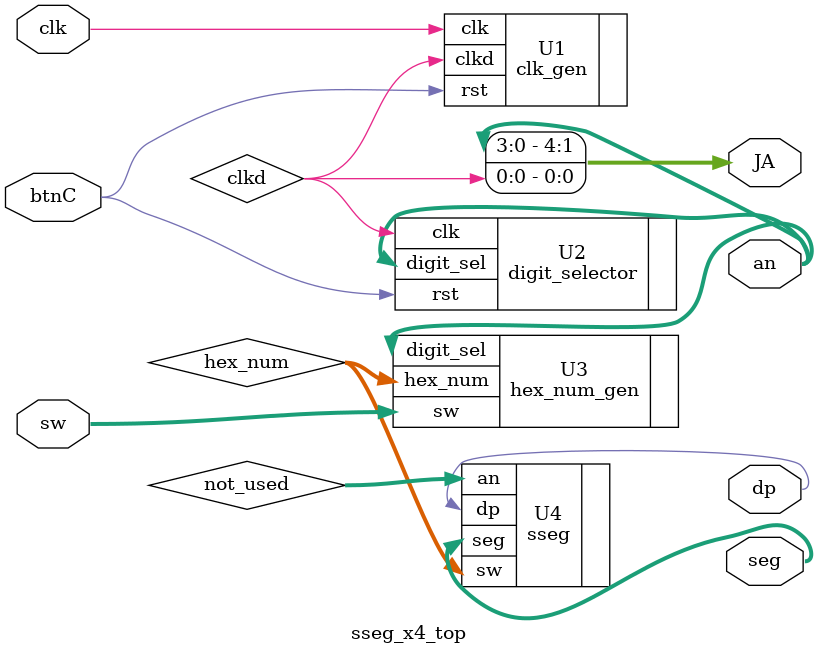
<source format=v>
`timescale 1ns / 1ps


module sseg_x4_top(
    input [15:0] sw,
    input btnC,
    output [6:0] seg,
    output [3:0] an,
    output dp,
    output [4:0] JA,
    input clk
    );
    
    wire clkd;
    wire [3:0] not_used;
    wire [3:0] hex_num;
    
    //instantiate clk_gen
    clk_gen U1 (
        .clk(clk),
        .rst(btnC),
        .clkd(clkd)
    );
    
    //instantiate digit_selector
    digit_selector U2 (
        .clk(clkd),
        .rst(btnC),
        .digit_sel(an)
    );
    
    //instantiate hex_num_gen
    hex_num_gen U3(
        .digit_sel(an),
        .sw(sw),
        .hex_num(hex_num)
    );
    
    //instantiate sseg
    sseg U4 (
        .seg(seg),
        .an(not_used),
        .dp(dp),
        .sw(hex_num)
    );
    
    assign JA[0] = clkd;    // slowed clk signal
    assign JA[1] = an[0];   // Anode for digit 1
    assign JA[2] = an[1];   // Anode for digit 2
    assign JA[3] = an[2];   // Anode for digit 3
    assign JA[4] = an[3];   // Anode for digit 4
endmodule

</source>
